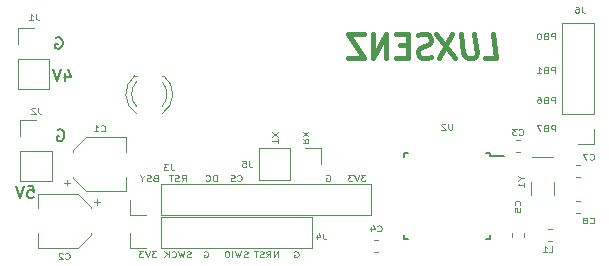
<source format=gbo>
G04 #@! TF.GenerationSoftware,KiCad,Pcbnew,(5.0.0-rc2-178-g3c7b91b96)*
G04 #@! TF.CreationDate,2018-07-31T16:18:19+02:00*
G04 #@! TF.ProjectId,pcb2,706362322E6B696361645F7063620000,1*
G04 #@! TF.SameCoordinates,Original*
G04 #@! TF.FileFunction,Legend,Bot*
G04 #@! TF.FilePolarity,Positive*
%FSLAX46Y46*%
G04 Gerber Fmt 4.6, Leading zero omitted, Abs format (unit mm)*
G04 Created by KiCad (PCBNEW (5.0.0-rc2-178-g3c7b91b96)) date 07/31/18 16:18:19*
%MOMM*%
%LPD*%
G01*
G04 APERTURE LIST*
%ADD10C,0.400000*%
%ADD11C,0.125000*%
%ADD12C,0.200000*%
%ADD13C,0.150000*%
%ADD14C,0.120000*%
G04 APERTURE END LIST*
D10*
X97806190Y-85589523D02*
X97520476Y-85684761D01*
X97044285Y-85684761D01*
X96853809Y-85589523D01*
X96758571Y-85494285D01*
X96663333Y-85303809D01*
X96663333Y-85113333D01*
X96758571Y-84922857D01*
X96853809Y-84827619D01*
X97044285Y-84732380D01*
X97425238Y-84637142D01*
X97615714Y-84541904D01*
X97710952Y-84446666D01*
X97806190Y-84256190D01*
X97806190Y-84065714D01*
X97710952Y-83875238D01*
X97615714Y-83780000D01*
X97425238Y-83684761D01*
X96949047Y-83684761D01*
X96663333Y-83780000D01*
X95806190Y-84637142D02*
X95139523Y-84637142D01*
X94853809Y-85684761D02*
X95806190Y-85684761D01*
X95806190Y-83684761D01*
X94853809Y-83684761D01*
X93996666Y-85684761D02*
X93996666Y-83684761D01*
X92853809Y-85684761D01*
X92853809Y-83684761D01*
X92091904Y-83684761D02*
X90758571Y-83684761D01*
X92091904Y-85684761D01*
X90758571Y-85684761D01*
X102369047Y-85684761D02*
X103321428Y-85684761D01*
X103071428Y-83684761D01*
X101452380Y-83684761D02*
X101654761Y-85303809D01*
X101583333Y-85494285D01*
X101500000Y-85589523D01*
X101321428Y-85684761D01*
X100940476Y-85684761D01*
X100738095Y-85589523D01*
X100630952Y-85494285D01*
X100511904Y-85303809D01*
X100309523Y-83684761D01*
X99547619Y-83684761D02*
X98464285Y-85684761D01*
X98214285Y-83684761D02*
X99797619Y-85684761D01*
D11*
X108272857Y-91906190D02*
X108272857Y-91406190D01*
X108044285Y-91406190D01*
X107987142Y-91430000D01*
X107958571Y-91453809D01*
X107930000Y-91501428D01*
X107930000Y-91572857D01*
X107958571Y-91620476D01*
X107987142Y-91644285D01*
X108044285Y-91668095D01*
X108272857Y-91668095D01*
X107472857Y-91644285D02*
X107387142Y-91668095D01*
X107358571Y-91691904D01*
X107330000Y-91739523D01*
X107330000Y-91810952D01*
X107358571Y-91858571D01*
X107387142Y-91882380D01*
X107444285Y-91906190D01*
X107672857Y-91906190D01*
X107672857Y-91406190D01*
X107472857Y-91406190D01*
X107415714Y-91430000D01*
X107387142Y-91453809D01*
X107358571Y-91501428D01*
X107358571Y-91549047D01*
X107387142Y-91596666D01*
X107415714Y-91620476D01*
X107472857Y-91644285D01*
X107672857Y-91644285D01*
X107130000Y-91406190D02*
X106730000Y-91406190D01*
X106987142Y-91906190D01*
X108272857Y-89506190D02*
X108272857Y-89006190D01*
X108044285Y-89006190D01*
X107987142Y-89030000D01*
X107958571Y-89053809D01*
X107930000Y-89101428D01*
X107930000Y-89172857D01*
X107958571Y-89220476D01*
X107987142Y-89244285D01*
X108044285Y-89268095D01*
X108272857Y-89268095D01*
X107472857Y-89244285D02*
X107387142Y-89268095D01*
X107358571Y-89291904D01*
X107330000Y-89339523D01*
X107330000Y-89410952D01*
X107358571Y-89458571D01*
X107387142Y-89482380D01*
X107444285Y-89506190D01*
X107672857Y-89506190D01*
X107672857Y-89006190D01*
X107472857Y-89006190D01*
X107415714Y-89030000D01*
X107387142Y-89053809D01*
X107358571Y-89101428D01*
X107358571Y-89149047D01*
X107387142Y-89196666D01*
X107415714Y-89220476D01*
X107472857Y-89244285D01*
X107672857Y-89244285D01*
X106815714Y-89006190D02*
X106930000Y-89006190D01*
X106987142Y-89030000D01*
X107015714Y-89053809D01*
X107072857Y-89125238D01*
X107101428Y-89220476D01*
X107101428Y-89410952D01*
X107072857Y-89458571D01*
X107044285Y-89482380D01*
X106987142Y-89506190D01*
X106872857Y-89506190D01*
X106815714Y-89482380D01*
X106787142Y-89458571D01*
X106758571Y-89410952D01*
X106758571Y-89291904D01*
X106787142Y-89244285D01*
X106815714Y-89220476D01*
X106872857Y-89196666D01*
X106987142Y-89196666D01*
X107044285Y-89220476D01*
X107072857Y-89244285D01*
X107101428Y-89291904D01*
X108272857Y-86956190D02*
X108272857Y-86456190D01*
X108044285Y-86456190D01*
X107987142Y-86480000D01*
X107958571Y-86503809D01*
X107930000Y-86551428D01*
X107930000Y-86622857D01*
X107958571Y-86670476D01*
X107987142Y-86694285D01*
X108044285Y-86718095D01*
X108272857Y-86718095D01*
X107472857Y-86694285D02*
X107387142Y-86718095D01*
X107358571Y-86741904D01*
X107330000Y-86789523D01*
X107330000Y-86860952D01*
X107358571Y-86908571D01*
X107387142Y-86932380D01*
X107444285Y-86956190D01*
X107672857Y-86956190D01*
X107672857Y-86456190D01*
X107472857Y-86456190D01*
X107415714Y-86480000D01*
X107387142Y-86503809D01*
X107358571Y-86551428D01*
X107358571Y-86599047D01*
X107387142Y-86646666D01*
X107415714Y-86670476D01*
X107472857Y-86694285D01*
X107672857Y-86694285D01*
X106758571Y-86956190D02*
X107101428Y-86956190D01*
X106930000Y-86956190D02*
X106930000Y-86456190D01*
X106987142Y-86527619D01*
X107044285Y-86575238D01*
X107101428Y-86599047D01*
X108272857Y-84106190D02*
X108272857Y-83606190D01*
X108044285Y-83606190D01*
X107987142Y-83630000D01*
X107958571Y-83653809D01*
X107930000Y-83701428D01*
X107930000Y-83772857D01*
X107958571Y-83820476D01*
X107987142Y-83844285D01*
X108044285Y-83868095D01*
X108272857Y-83868095D01*
X107472857Y-83844285D02*
X107387142Y-83868095D01*
X107358571Y-83891904D01*
X107330000Y-83939523D01*
X107330000Y-84010952D01*
X107358571Y-84058571D01*
X107387142Y-84082380D01*
X107444285Y-84106190D01*
X107672857Y-84106190D01*
X107672857Y-83606190D01*
X107472857Y-83606190D01*
X107415714Y-83630000D01*
X107387142Y-83653809D01*
X107358571Y-83701428D01*
X107358571Y-83749047D01*
X107387142Y-83796666D01*
X107415714Y-83820476D01*
X107472857Y-83844285D01*
X107672857Y-83844285D01*
X106958571Y-83606190D02*
X106901428Y-83606190D01*
X106844285Y-83630000D01*
X106815714Y-83653809D01*
X106787142Y-83701428D01*
X106758571Y-83796666D01*
X106758571Y-83915714D01*
X106787142Y-84010952D01*
X106815714Y-84058571D01*
X106844285Y-84082380D01*
X106901428Y-84106190D01*
X106958571Y-84106190D01*
X107015714Y-84082380D01*
X107044285Y-84058571D01*
X107072857Y-84010952D01*
X107101428Y-83915714D01*
X107101428Y-83796666D01*
X107072857Y-83701428D01*
X107044285Y-83653809D01*
X107015714Y-83630000D01*
X106958571Y-83606190D01*
D12*
X66818095Y-86965714D02*
X66818095Y-87632380D01*
X67056190Y-86584761D02*
X67294285Y-87299047D01*
X66675238Y-87299047D01*
X66437142Y-86632380D02*
X66103809Y-87632380D01*
X65770476Y-86632380D01*
X66018095Y-83980000D02*
X66113333Y-83932380D01*
X66256190Y-83932380D01*
X66399047Y-83980000D01*
X66494285Y-84075238D01*
X66541904Y-84170476D01*
X66589523Y-84360952D01*
X66589523Y-84503809D01*
X66541904Y-84694285D01*
X66494285Y-84789523D01*
X66399047Y-84884761D01*
X66256190Y-84932380D01*
X66160952Y-84932380D01*
X66018095Y-84884761D01*
X65970476Y-84837142D01*
X65970476Y-84503809D01*
X66160952Y-84503809D01*
X63620476Y-96532380D02*
X64096666Y-96532380D01*
X64144285Y-97008571D01*
X64096666Y-96960952D01*
X64001428Y-96913333D01*
X63763333Y-96913333D01*
X63668095Y-96960952D01*
X63620476Y-97008571D01*
X63572857Y-97103809D01*
X63572857Y-97341904D01*
X63620476Y-97437142D01*
X63668095Y-97484761D01*
X63763333Y-97532380D01*
X64001428Y-97532380D01*
X64096666Y-97484761D01*
X64144285Y-97437142D01*
X63287142Y-96532380D02*
X62953809Y-97532380D01*
X62620476Y-96532380D01*
X66168095Y-91780000D02*
X66263333Y-91732380D01*
X66406190Y-91732380D01*
X66549047Y-91780000D01*
X66644285Y-91875238D01*
X66691904Y-91970476D01*
X66739523Y-92160952D01*
X66739523Y-92303809D01*
X66691904Y-92494285D01*
X66644285Y-92589523D01*
X66549047Y-92684761D01*
X66406190Y-92732380D01*
X66310952Y-92732380D01*
X66168095Y-92684761D01*
X66120476Y-92637142D01*
X66120476Y-92303809D01*
X66310952Y-92303809D01*
D11*
X74430000Y-95844285D02*
X74344285Y-95868095D01*
X74315714Y-95891904D01*
X74287142Y-95939523D01*
X74287142Y-96010952D01*
X74315714Y-96058571D01*
X74344285Y-96082380D01*
X74401428Y-96106190D01*
X74630000Y-96106190D01*
X74630000Y-95606190D01*
X74430000Y-95606190D01*
X74372857Y-95630000D01*
X74344285Y-95653809D01*
X74315714Y-95701428D01*
X74315714Y-95749047D01*
X74344285Y-95796666D01*
X74372857Y-95820476D01*
X74430000Y-95844285D01*
X74630000Y-95844285D01*
X74058571Y-96082380D02*
X73972857Y-96106190D01*
X73830000Y-96106190D01*
X73772857Y-96082380D01*
X73744285Y-96058571D01*
X73715714Y-96010952D01*
X73715714Y-95963333D01*
X73744285Y-95915714D01*
X73772857Y-95891904D01*
X73830000Y-95868095D01*
X73944285Y-95844285D01*
X74001428Y-95820476D01*
X74030000Y-95796666D01*
X74058571Y-95749047D01*
X74058571Y-95701428D01*
X74030000Y-95653809D01*
X74001428Y-95630000D01*
X73944285Y-95606190D01*
X73801428Y-95606190D01*
X73715714Y-95630000D01*
X73344285Y-95868095D02*
X73344285Y-96106190D01*
X73544285Y-95606190D02*
X73344285Y-95868095D01*
X73144285Y-95606190D01*
X76658571Y-96106190D02*
X76858571Y-95868095D01*
X77001428Y-96106190D02*
X77001428Y-95606190D01*
X76772857Y-95606190D01*
X76715714Y-95630000D01*
X76687142Y-95653809D01*
X76658571Y-95701428D01*
X76658571Y-95772857D01*
X76687142Y-95820476D01*
X76715714Y-95844285D01*
X76772857Y-95868095D01*
X77001428Y-95868095D01*
X76430000Y-96082380D02*
X76344285Y-96106190D01*
X76201428Y-96106190D01*
X76144285Y-96082380D01*
X76115714Y-96058571D01*
X76087142Y-96010952D01*
X76087142Y-95963333D01*
X76115714Y-95915714D01*
X76144285Y-95891904D01*
X76201428Y-95868095D01*
X76315714Y-95844285D01*
X76372857Y-95820476D01*
X76401428Y-95796666D01*
X76430000Y-95749047D01*
X76430000Y-95701428D01*
X76401428Y-95653809D01*
X76372857Y-95630000D01*
X76315714Y-95606190D01*
X76172857Y-95606190D01*
X76087142Y-95630000D01*
X75915714Y-95606190D02*
X75572857Y-95606190D01*
X75744285Y-96106190D02*
X75744285Y-95606190D01*
X79637142Y-96106190D02*
X79637142Y-95606190D01*
X79494285Y-95606190D01*
X79408571Y-95630000D01*
X79351428Y-95677619D01*
X79322857Y-95725238D01*
X79294285Y-95820476D01*
X79294285Y-95891904D01*
X79322857Y-95987142D01*
X79351428Y-96034761D01*
X79408571Y-96082380D01*
X79494285Y-96106190D01*
X79637142Y-96106190D01*
X78694285Y-96058571D02*
X78722857Y-96082380D01*
X78808571Y-96106190D01*
X78865714Y-96106190D01*
X78951428Y-96082380D01*
X79008571Y-96034761D01*
X79037142Y-95987142D01*
X79065714Y-95891904D01*
X79065714Y-95820476D01*
X79037142Y-95725238D01*
X79008571Y-95677619D01*
X78951428Y-95630000D01*
X78865714Y-95606190D01*
X78808571Y-95606190D01*
X78722857Y-95630000D01*
X78694285Y-95653809D01*
X81380000Y-96058571D02*
X81408571Y-96082380D01*
X81494285Y-96106190D01*
X81551428Y-96106190D01*
X81637142Y-96082380D01*
X81694285Y-96034761D01*
X81722857Y-95987142D01*
X81751428Y-95891904D01*
X81751428Y-95820476D01*
X81722857Y-95725238D01*
X81694285Y-95677619D01*
X81637142Y-95630000D01*
X81551428Y-95606190D01*
X81494285Y-95606190D01*
X81408571Y-95630000D01*
X81380000Y-95653809D01*
X81151428Y-96082380D02*
X81065714Y-96106190D01*
X80922857Y-96106190D01*
X80865714Y-96082380D01*
X80837142Y-96058571D01*
X80808571Y-96010952D01*
X80808571Y-95963333D01*
X80837142Y-95915714D01*
X80865714Y-95891904D01*
X80922857Y-95868095D01*
X81037142Y-95844285D01*
X81094285Y-95820476D01*
X81122857Y-95796666D01*
X81151428Y-95749047D01*
X81151428Y-95701428D01*
X81122857Y-95653809D01*
X81094285Y-95630000D01*
X81037142Y-95606190D01*
X80894285Y-95606190D01*
X80808571Y-95630000D01*
X88922857Y-95630000D02*
X88980000Y-95606190D01*
X89065714Y-95606190D01*
X89151428Y-95630000D01*
X89208571Y-95677619D01*
X89237142Y-95725238D01*
X89265714Y-95820476D01*
X89265714Y-95891904D01*
X89237142Y-95987142D01*
X89208571Y-96034761D01*
X89151428Y-96082380D01*
X89065714Y-96106190D01*
X89008571Y-96106190D01*
X88922857Y-96082380D01*
X88894285Y-96058571D01*
X88894285Y-95891904D01*
X89008571Y-95891904D01*
X92222857Y-95606190D02*
X91851428Y-95606190D01*
X92051428Y-95796666D01*
X91965714Y-95796666D01*
X91908571Y-95820476D01*
X91880000Y-95844285D01*
X91851428Y-95891904D01*
X91851428Y-96010952D01*
X91880000Y-96058571D01*
X91908571Y-96082380D01*
X91965714Y-96106190D01*
X92137142Y-96106190D01*
X92194285Y-96082380D01*
X92222857Y-96058571D01*
X91680000Y-95606190D02*
X91480000Y-96106190D01*
X91280000Y-95606190D01*
X91137142Y-95606190D02*
X90765714Y-95606190D01*
X90965714Y-95796666D01*
X90880000Y-95796666D01*
X90822857Y-95820476D01*
X90794285Y-95844285D01*
X90765714Y-95891904D01*
X90765714Y-96010952D01*
X90794285Y-96058571D01*
X90822857Y-96082380D01*
X90880000Y-96106190D01*
X91051428Y-96106190D01*
X91108571Y-96082380D01*
X91137142Y-96058571D01*
X86222857Y-102080000D02*
X86280000Y-102056190D01*
X86365714Y-102056190D01*
X86451428Y-102080000D01*
X86508571Y-102127619D01*
X86537142Y-102175238D01*
X86565714Y-102270476D01*
X86565714Y-102341904D01*
X86537142Y-102437142D01*
X86508571Y-102484761D01*
X86451428Y-102532380D01*
X86365714Y-102556190D01*
X86308571Y-102556190D01*
X86222857Y-102532380D01*
X86194285Y-102508571D01*
X86194285Y-102341904D01*
X86308571Y-102341904D01*
X84815714Y-102556190D02*
X84815714Y-102056190D01*
X84472857Y-102556190D01*
X84472857Y-102056190D01*
X83844285Y-102556190D02*
X84044285Y-102318095D01*
X84187142Y-102556190D02*
X84187142Y-102056190D01*
X83958571Y-102056190D01*
X83901428Y-102080000D01*
X83872857Y-102103809D01*
X83844285Y-102151428D01*
X83844285Y-102222857D01*
X83872857Y-102270476D01*
X83901428Y-102294285D01*
X83958571Y-102318095D01*
X84187142Y-102318095D01*
X83615714Y-102532380D02*
X83530000Y-102556190D01*
X83387142Y-102556190D01*
X83330000Y-102532380D01*
X83301428Y-102508571D01*
X83272857Y-102460952D01*
X83272857Y-102413333D01*
X83301428Y-102365714D01*
X83330000Y-102341904D01*
X83387142Y-102318095D01*
X83501428Y-102294285D01*
X83558571Y-102270476D01*
X83587142Y-102246666D01*
X83615714Y-102199047D01*
X83615714Y-102151428D01*
X83587142Y-102103809D01*
X83558571Y-102080000D01*
X83501428Y-102056190D01*
X83358571Y-102056190D01*
X83272857Y-102080000D01*
X83101428Y-102056190D02*
X82758571Y-102056190D01*
X82930000Y-102556190D02*
X82930000Y-102056190D01*
X82251428Y-102532380D02*
X82165714Y-102556190D01*
X82022857Y-102556190D01*
X81965714Y-102532380D01*
X81937142Y-102508571D01*
X81908571Y-102460952D01*
X81908571Y-102413333D01*
X81937142Y-102365714D01*
X81965714Y-102341904D01*
X82022857Y-102318095D01*
X82137142Y-102294285D01*
X82194285Y-102270476D01*
X82222857Y-102246666D01*
X82251428Y-102199047D01*
X82251428Y-102151428D01*
X82222857Y-102103809D01*
X82194285Y-102080000D01*
X82137142Y-102056190D01*
X81994285Y-102056190D01*
X81908571Y-102080000D01*
X81708571Y-102056190D02*
X81565714Y-102556190D01*
X81451428Y-102199047D01*
X81337142Y-102556190D01*
X81194285Y-102056190D01*
X80965714Y-102556190D02*
X80965714Y-102056190D01*
X80565714Y-102056190D02*
X80451428Y-102056190D01*
X80394285Y-102080000D01*
X80337142Y-102127619D01*
X80308571Y-102222857D01*
X80308571Y-102389523D01*
X80337142Y-102484761D01*
X80394285Y-102532380D01*
X80451428Y-102556190D01*
X80565714Y-102556190D01*
X80622857Y-102532380D01*
X80680000Y-102484761D01*
X80708571Y-102389523D01*
X80708571Y-102222857D01*
X80680000Y-102127619D01*
X80622857Y-102080000D01*
X80565714Y-102056190D01*
X78572857Y-102080000D02*
X78630000Y-102056190D01*
X78715714Y-102056190D01*
X78801428Y-102080000D01*
X78858571Y-102127619D01*
X78887142Y-102175238D01*
X78915714Y-102270476D01*
X78915714Y-102341904D01*
X78887142Y-102437142D01*
X78858571Y-102484761D01*
X78801428Y-102532380D01*
X78715714Y-102556190D01*
X78658571Y-102556190D01*
X78572857Y-102532380D01*
X78544285Y-102508571D01*
X78544285Y-102341904D01*
X78658571Y-102341904D01*
X77444285Y-102532380D02*
X77358571Y-102556190D01*
X77215714Y-102556190D01*
X77158571Y-102532380D01*
X77130000Y-102508571D01*
X77101428Y-102460952D01*
X77101428Y-102413333D01*
X77130000Y-102365714D01*
X77158571Y-102341904D01*
X77215714Y-102318095D01*
X77330000Y-102294285D01*
X77387142Y-102270476D01*
X77415714Y-102246666D01*
X77444285Y-102199047D01*
X77444285Y-102151428D01*
X77415714Y-102103809D01*
X77387142Y-102080000D01*
X77330000Y-102056190D01*
X77187142Y-102056190D01*
X77101428Y-102080000D01*
X76901428Y-102056190D02*
X76758571Y-102556190D01*
X76644285Y-102199047D01*
X76530000Y-102556190D01*
X76387142Y-102056190D01*
X75815714Y-102508571D02*
X75844285Y-102532380D01*
X75930000Y-102556190D01*
X75987142Y-102556190D01*
X76072857Y-102532380D01*
X76130000Y-102484761D01*
X76158571Y-102437142D01*
X76187142Y-102341904D01*
X76187142Y-102270476D01*
X76158571Y-102175238D01*
X76130000Y-102127619D01*
X76072857Y-102080000D01*
X75987142Y-102056190D01*
X75930000Y-102056190D01*
X75844285Y-102080000D01*
X75815714Y-102103809D01*
X75558571Y-102556190D02*
X75558571Y-102056190D01*
X75215714Y-102556190D02*
X75472857Y-102270476D01*
X75215714Y-102056190D02*
X75558571Y-102341904D01*
X74522857Y-102056190D02*
X74151428Y-102056190D01*
X74351428Y-102246666D01*
X74265714Y-102246666D01*
X74208571Y-102270476D01*
X74180000Y-102294285D01*
X74151428Y-102341904D01*
X74151428Y-102460952D01*
X74180000Y-102508571D01*
X74208571Y-102532380D01*
X74265714Y-102556190D01*
X74437142Y-102556190D01*
X74494285Y-102532380D01*
X74522857Y-102508571D01*
X73980000Y-102056190D02*
X73780000Y-102556190D01*
X73580000Y-102056190D01*
X73437142Y-102056190D02*
X73065714Y-102056190D01*
X73265714Y-102246666D01*
X73180000Y-102246666D01*
X73122857Y-102270476D01*
X73094285Y-102294285D01*
X73065714Y-102341904D01*
X73065714Y-102460952D01*
X73094285Y-102508571D01*
X73122857Y-102532380D01*
X73180000Y-102556190D01*
X73351428Y-102556190D01*
X73408571Y-102532380D01*
X73437142Y-102508571D01*
X86903809Y-92530000D02*
X87141904Y-92730000D01*
X86903809Y-92872857D02*
X87403809Y-92872857D01*
X87403809Y-92644285D01*
X87380000Y-92587142D01*
X87356190Y-92558571D01*
X87308571Y-92530000D01*
X87237142Y-92530000D01*
X87189523Y-92558571D01*
X87165714Y-92587142D01*
X87141904Y-92644285D01*
X87141904Y-92872857D01*
X87403809Y-92330000D02*
X86903809Y-91930000D01*
X87403809Y-91930000D02*
X86903809Y-92330000D01*
X84853809Y-92887142D02*
X84853809Y-92544285D01*
X84353809Y-92715714D02*
X84853809Y-92715714D01*
X84853809Y-92401428D02*
X84353809Y-92001428D01*
X84853809Y-92001428D02*
X84353809Y-92401428D01*
D13*
G04 #@! TO.C,U2*
X102755000Y-93755000D02*
X102755000Y-93980000D01*
X95505000Y-93755000D02*
X95505000Y-94055000D01*
X95505000Y-101005000D02*
X95505000Y-100705000D01*
X102755000Y-101005000D02*
X102755000Y-100705000D01*
X102755000Y-93755000D02*
X102455000Y-93755000D01*
X102755000Y-101005000D02*
X102455000Y-101005000D01*
X95505000Y-101005000D02*
X95805000Y-101005000D01*
X95505000Y-93755000D02*
X95805000Y-93755000D01*
X102755000Y-93980000D02*
X103980000Y-93980000D01*
D14*
G04 #@! TO.C,J3*
X74900000Y-96350000D02*
X74900000Y-99010000D01*
X74900000Y-96350000D02*
X92740000Y-96350000D01*
X92740000Y-96350000D02*
X92740000Y-99010000D01*
X74900000Y-99010000D02*
X92740000Y-99010000D01*
X72300000Y-99010000D02*
X73630000Y-99010000D01*
X72300000Y-97680000D02*
X72300000Y-99010000D01*
G04 #@! TO.C,J5*
X85860000Y-96010000D02*
X85860000Y-93350000D01*
X85860000Y-96010000D02*
X83260000Y-96010000D01*
X83260000Y-96010000D02*
X83260000Y-93350000D01*
X85860000Y-93350000D02*
X83260000Y-93350000D01*
X88460000Y-93350000D02*
X87130000Y-93350000D01*
X88460000Y-94680000D02*
X88460000Y-93350000D01*
G04 #@! TO.C,J4*
X74930000Y-99140000D02*
X74930000Y-101800000D01*
X74930000Y-99140000D02*
X87690000Y-99140000D01*
X87690000Y-99140000D02*
X87690000Y-101800000D01*
X74930000Y-101800000D02*
X87690000Y-101800000D01*
X72330000Y-101800000D02*
X73660000Y-101800000D01*
X72330000Y-100470000D02*
X72330000Y-101800000D01*
G04 #@! TO.C,J6*
X108900000Y-90410000D02*
X111560000Y-90410000D01*
X108900000Y-90410000D02*
X108900000Y-82730000D01*
X108900000Y-82730000D02*
X111560000Y-82730000D01*
X111560000Y-90410000D02*
X111560000Y-82730000D01*
X111560000Y-93010000D02*
X111560000Y-91680000D01*
X110230000Y-93010000D02*
X111560000Y-93010000D01*
G04 #@! TO.C,C2*
X69480000Y-97670000D02*
X69480000Y-98170000D01*
X69730000Y-97920000D02*
X69230000Y-97920000D01*
X68990000Y-100675563D02*
X67925563Y-101740000D01*
X68990000Y-98284437D02*
X67925563Y-97220000D01*
X68990000Y-98284437D02*
X68990000Y-98420000D01*
X68990000Y-100675563D02*
X68990000Y-100540000D01*
X67925563Y-101740000D02*
X64470000Y-101740000D01*
X67925563Y-97220000D02*
X64470000Y-97220000D01*
X64470000Y-97220000D02*
X64470000Y-98420000D01*
X64470000Y-101740000D02*
X64470000Y-100540000D01*
G04 #@! TO.C,C1*
X71990000Y-92420000D02*
X71990000Y-93620000D01*
X71990000Y-96940000D02*
X71990000Y-95740000D01*
X68534437Y-96940000D02*
X71990000Y-96940000D01*
X68534437Y-92420000D02*
X71990000Y-92420000D01*
X67470000Y-93484437D02*
X67470000Y-93620000D01*
X67470000Y-95875563D02*
X67470000Y-95740000D01*
X67470000Y-95875563D02*
X68534437Y-96940000D01*
X67470000Y-93484437D02*
X68534437Y-92420000D01*
X66730000Y-96240000D02*
X67230000Y-96240000D01*
X66980000Y-96490000D02*
X66980000Y-95990000D01*
G04 #@! TO.C,C8*
X110058733Y-97770000D02*
X110401267Y-97770000D01*
X110058733Y-98790000D02*
X110401267Y-98790000D01*
G04 #@! TO.C,C7*
X110058733Y-95790000D02*
X110401267Y-95790000D01*
X110058733Y-94770000D02*
X110401267Y-94770000D01*
G04 #@! TO.C,C5*
X105640000Y-100851267D02*
X105640000Y-100508733D01*
X104620000Y-100851267D02*
X104620000Y-100508733D01*
G04 #@! TO.C,C4*
X93301267Y-102090000D02*
X92958733Y-102090000D01*
X93301267Y-101070000D02*
X92958733Y-101070000D01*
G04 #@! TO.C,C3*
X105301267Y-92670000D02*
X104958733Y-92670000D01*
X105301267Y-93690000D02*
X104958733Y-93690000D01*
G04 #@! TO.C,J1*
X64135000Y-83150000D02*
X62805000Y-83150000D01*
X62805000Y-83150000D02*
X62805000Y-84480000D01*
X62805000Y-85750000D02*
X62805000Y-88350000D01*
X65465000Y-88350000D02*
X62805000Y-88350000D01*
X65465000Y-85750000D02*
X65465000Y-88350000D01*
X65465000Y-85750000D02*
X62805000Y-85750000D01*
G04 #@! TO.C,J2*
X65660000Y-93550000D02*
X63000000Y-93550000D01*
X65660000Y-93550000D02*
X65660000Y-96150000D01*
X65660000Y-96150000D02*
X63000000Y-96150000D01*
X63000000Y-93550000D02*
X63000000Y-96150000D01*
X63000000Y-90950000D02*
X63000000Y-92280000D01*
X64330000Y-90950000D02*
X63000000Y-90950000D01*
G04 #@! TO.C,Y1*
X106280000Y-96230000D02*
X106280000Y-97330000D01*
X108180000Y-96230000D02*
X108180000Y-97330000D01*
X106330000Y-94080000D02*
X108130000Y-94080000D01*
G04 #@! TO.C,L1*
X107658733Y-101190000D02*
X108001267Y-101190000D01*
X107658733Y-100170000D02*
X108001267Y-100170000D01*
G04 #@! TO.C,Q1*
X72694000Y-87190000D02*
X72850000Y-87190000D01*
X75010000Y-87190000D02*
X75166000Y-87190000D01*
X72851392Y-90422335D02*
G75*
G02X72694484Y-87190000I1078608J1672335D01*
G01*
X75008608Y-90422335D02*
G75*
G03X75165516Y-87190000I-1078608J1672335D01*
G01*
X72850163Y-89791130D02*
G75*
G02X72850000Y-87709039I1079837J1041130D01*
G01*
X75009837Y-89791130D02*
G75*
G03X75010000Y-87709039I-1079837J1041130D01*
G01*
G04 #@! TO.C,U2*
D11*
X99587142Y-91256190D02*
X99587142Y-91660952D01*
X99558571Y-91708571D01*
X99530000Y-91732380D01*
X99472857Y-91756190D01*
X99358571Y-91756190D01*
X99301428Y-91732380D01*
X99272857Y-91708571D01*
X99244285Y-91660952D01*
X99244285Y-91256190D01*
X98987142Y-91303809D02*
X98958571Y-91280000D01*
X98901428Y-91256190D01*
X98758571Y-91256190D01*
X98701428Y-91280000D01*
X98672857Y-91303809D01*
X98644285Y-91351428D01*
X98644285Y-91399047D01*
X98672857Y-91470476D01*
X99015714Y-91756190D01*
X98644285Y-91756190D01*
G04 #@! TO.C,J3*
X75780000Y-94706190D02*
X75780000Y-95063333D01*
X75808571Y-95134761D01*
X75865714Y-95182380D01*
X75951428Y-95206190D01*
X76008571Y-95206190D01*
X75551428Y-94706190D02*
X75180000Y-94706190D01*
X75380000Y-94896666D01*
X75294285Y-94896666D01*
X75237142Y-94920476D01*
X75208571Y-94944285D01*
X75180000Y-94991904D01*
X75180000Y-95110952D01*
X75208571Y-95158571D01*
X75237142Y-95182380D01*
X75294285Y-95206190D01*
X75465714Y-95206190D01*
X75522857Y-95182380D01*
X75551428Y-95158571D01*
G04 #@! TO.C,J5*
X82380000Y-94406190D02*
X82380000Y-94763333D01*
X82408571Y-94834761D01*
X82465714Y-94882380D01*
X82551428Y-94906190D01*
X82608571Y-94906190D01*
X81808571Y-94406190D02*
X82094285Y-94406190D01*
X82122857Y-94644285D01*
X82094285Y-94620476D01*
X82037142Y-94596666D01*
X81894285Y-94596666D01*
X81837142Y-94620476D01*
X81808571Y-94644285D01*
X81780000Y-94691904D01*
X81780000Y-94810952D01*
X81808571Y-94858571D01*
X81837142Y-94882380D01*
X81894285Y-94906190D01*
X82037142Y-94906190D01*
X82094285Y-94882380D01*
X82122857Y-94858571D01*
G04 #@! TO.C,J4*
X88680000Y-100556190D02*
X88680000Y-100913333D01*
X88708571Y-100984761D01*
X88765714Y-101032380D01*
X88851428Y-101056190D01*
X88908571Y-101056190D01*
X88137142Y-100722857D02*
X88137142Y-101056190D01*
X88280000Y-100532380D02*
X88422857Y-100889523D01*
X88051428Y-100889523D01*
G04 #@! TO.C,J6*
X110580000Y-81356190D02*
X110580000Y-81713333D01*
X110608571Y-81784761D01*
X110665714Y-81832380D01*
X110751428Y-81856190D01*
X110808571Y-81856190D01*
X110037142Y-81356190D02*
X110151428Y-81356190D01*
X110208571Y-81380000D01*
X110237142Y-81403809D01*
X110294285Y-81475238D01*
X110322857Y-81570476D01*
X110322857Y-81760952D01*
X110294285Y-81808571D01*
X110265714Y-81832380D01*
X110208571Y-81856190D01*
X110094285Y-81856190D01*
X110037142Y-81832380D01*
X110008571Y-81808571D01*
X109980000Y-81760952D01*
X109980000Y-81641904D01*
X110008571Y-81594285D01*
X110037142Y-81570476D01*
X110094285Y-81546666D01*
X110208571Y-81546666D01*
X110265714Y-81570476D01*
X110294285Y-81594285D01*
X110322857Y-81641904D01*
G04 #@! TO.C,C2*
X66830000Y-102658571D02*
X66858571Y-102682380D01*
X66944285Y-102706190D01*
X67001428Y-102706190D01*
X67087142Y-102682380D01*
X67144285Y-102634761D01*
X67172857Y-102587142D01*
X67201428Y-102491904D01*
X67201428Y-102420476D01*
X67172857Y-102325238D01*
X67144285Y-102277619D01*
X67087142Y-102230000D01*
X67001428Y-102206190D01*
X66944285Y-102206190D01*
X66858571Y-102230000D01*
X66830000Y-102253809D01*
X66601428Y-102253809D02*
X66572857Y-102230000D01*
X66515714Y-102206190D01*
X66372857Y-102206190D01*
X66315714Y-102230000D01*
X66287142Y-102253809D01*
X66258571Y-102301428D01*
X66258571Y-102349047D01*
X66287142Y-102420476D01*
X66630000Y-102706190D01*
X66258571Y-102706190D01*
G04 #@! TO.C,C1*
X69830000Y-91858571D02*
X69858571Y-91882380D01*
X69944285Y-91906190D01*
X70001428Y-91906190D01*
X70087142Y-91882380D01*
X70144285Y-91834761D01*
X70172857Y-91787142D01*
X70201428Y-91691904D01*
X70201428Y-91620476D01*
X70172857Y-91525238D01*
X70144285Y-91477619D01*
X70087142Y-91430000D01*
X70001428Y-91406190D01*
X69944285Y-91406190D01*
X69858571Y-91430000D01*
X69830000Y-91453809D01*
X69258571Y-91906190D02*
X69601428Y-91906190D01*
X69430000Y-91906190D02*
X69430000Y-91406190D01*
X69487142Y-91477619D01*
X69544285Y-91525238D01*
X69601428Y-91549047D01*
G04 #@! TO.C,C8*
X111230000Y-99658571D02*
X111258571Y-99682380D01*
X111344285Y-99706190D01*
X111401428Y-99706190D01*
X111487142Y-99682380D01*
X111544285Y-99634761D01*
X111572857Y-99587142D01*
X111601428Y-99491904D01*
X111601428Y-99420476D01*
X111572857Y-99325238D01*
X111544285Y-99277619D01*
X111487142Y-99230000D01*
X111401428Y-99206190D01*
X111344285Y-99206190D01*
X111258571Y-99230000D01*
X111230000Y-99253809D01*
X110887142Y-99420476D02*
X110944285Y-99396666D01*
X110972857Y-99372857D01*
X111001428Y-99325238D01*
X111001428Y-99301428D01*
X110972857Y-99253809D01*
X110944285Y-99230000D01*
X110887142Y-99206190D01*
X110772857Y-99206190D01*
X110715714Y-99230000D01*
X110687142Y-99253809D01*
X110658571Y-99301428D01*
X110658571Y-99325238D01*
X110687142Y-99372857D01*
X110715714Y-99396666D01*
X110772857Y-99420476D01*
X110887142Y-99420476D01*
X110944285Y-99444285D01*
X110972857Y-99468095D01*
X111001428Y-99515714D01*
X111001428Y-99610952D01*
X110972857Y-99658571D01*
X110944285Y-99682380D01*
X110887142Y-99706190D01*
X110772857Y-99706190D01*
X110715714Y-99682380D01*
X110687142Y-99658571D01*
X110658571Y-99610952D01*
X110658571Y-99515714D01*
X110687142Y-99468095D01*
X110715714Y-99444285D01*
X110772857Y-99420476D01*
G04 #@! TO.C,C7*
X111230000Y-94258571D02*
X111258571Y-94282380D01*
X111344285Y-94306190D01*
X111401428Y-94306190D01*
X111487142Y-94282380D01*
X111544285Y-94234761D01*
X111572857Y-94187142D01*
X111601428Y-94091904D01*
X111601428Y-94020476D01*
X111572857Y-93925238D01*
X111544285Y-93877619D01*
X111487142Y-93830000D01*
X111401428Y-93806190D01*
X111344285Y-93806190D01*
X111258571Y-93830000D01*
X111230000Y-93853809D01*
X111030000Y-93806190D02*
X110630000Y-93806190D01*
X110887142Y-94306190D01*
G04 #@! TO.C,C5*
X105308571Y-98180000D02*
X105332380Y-98151428D01*
X105356190Y-98065714D01*
X105356190Y-98008571D01*
X105332380Y-97922857D01*
X105284761Y-97865714D01*
X105237142Y-97837142D01*
X105141904Y-97808571D01*
X105070476Y-97808571D01*
X104975238Y-97837142D01*
X104927619Y-97865714D01*
X104880000Y-97922857D01*
X104856190Y-98008571D01*
X104856190Y-98065714D01*
X104880000Y-98151428D01*
X104903809Y-98180000D01*
X104856190Y-98722857D02*
X104856190Y-98437142D01*
X105094285Y-98408571D01*
X105070476Y-98437142D01*
X105046666Y-98494285D01*
X105046666Y-98637142D01*
X105070476Y-98694285D01*
X105094285Y-98722857D01*
X105141904Y-98751428D01*
X105260952Y-98751428D01*
X105308571Y-98722857D01*
X105332380Y-98694285D01*
X105356190Y-98637142D01*
X105356190Y-98494285D01*
X105332380Y-98437142D01*
X105308571Y-98408571D01*
G04 #@! TO.C,C4*
X93230000Y-100328571D02*
X93258571Y-100352380D01*
X93344285Y-100376190D01*
X93401428Y-100376190D01*
X93487142Y-100352380D01*
X93544285Y-100304761D01*
X93572857Y-100257142D01*
X93601428Y-100161904D01*
X93601428Y-100090476D01*
X93572857Y-99995238D01*
X93544285Y-99947619D01*
X93487142Y-99900000D01*
X93401428Y-99876190D01*
X93344285Y-99876190D01*
X93258571Y-99900000D01*
X93230000Y-99923809D01*
X92715714Y-100042857D02*
X92715714Y-100376190D01*
X92858571Y-99852380D02*
X93001428Y-100209523D01*
X92630000Y-100209523D01*
G04 #@! TO.C,C3*
X105230000Y-92158571D02*
X105258571Y-92182380D01*
X105344285Y-92206190D01*
X105401428Y-92206190D01*
X105487142Y-92182380D01*
X105544285Y-92134761D01*
X105572857Y-92087142D01*
X105601428Y-91991904D01*
X105601428Y-91920476D01*
X105572857Y-91825238D01*
X105544285Y-91777619D01*
X105487142Y-91730000D01*
X105401428Y-91706190D01*
X105344285Y-91706190D01*
X105258571Y-91730000D01*
X105230000Y-91753809D01*
X105030000Y-91706190D02*
X104658571Y-91706190D01*
X104858571Y-91896666D01*
X104772857Y-91896666D01*
X104715714Y-91920476D01*
X104687142Y-91944285D01*
X104658571Y-91991904D01*
X104658571Y-92110952D01*
X104687142Y-92158571D01*
X104715714Y-92182380D01*
X104772857Y-92206190D01*
X104944285Y-92206190D01*
X105001428Y-92182380D01*
X105030000Y-92158571D01*
G04 #@! TO.C,J1*
X64335000Y-81956190D02*
X64335000Y-82313333D01*
X64363571Y-82384761D01*
X64420714Y-82432380D01*
X64506428Y-82456190D01*
X64563571Y-82456190D01*
X63735000Y-82456190D02*
X64077857Y-82456190D01*
X63906428Y-82456190D02*
X63906428Y-81956190D01*
X63963571Y-82027619D01*
X64020714Y-82075238D01*
X64077857Y-82099047D01*
G04 #@! TO.C,J2*
X64530000Y-89906190D02*
X64530000Y-90263333D01*
X64558571Y-90334761D01*
X64615714Y-90382380D01*
X64701428Y-90406190D01*
X64758571Y-90406190D01*
X64272857Y-89953809D02*
X64244285Y-89930000D01*
X64187142Y-89906190D01*
X64044285Y-89906190D01*
X63987142Y-89930000D01*
X63958571Y-89953809D01*
X63930000Y-90001428D01*
X63930000Y-90049047D01*
X63958571Y-90120476D01*
X64301428Y-90406190D01*
X63930000Y-90406190D01*
G04 #@! TO.C,Y1*
X105418095Y-95894285D02*
X105656190Y-95894285D01*
X105156190Y-95694285D02*
X105418095Y-95894285D01*
X105156190Y-96094285D01*
X105656190Y-96608571D02*
X105656190Y-96265714D01*
X105656190Y-96437142D02*
X105156190Y-96437142D01*
X105227619Y-96380000D01*
X105275238Y-96322857D01*
X105299047Y-96265714D01*
G04 #@! TO.C,L1*
X107780000Y-102106190D02*
X108065714Y-102106190D01*
X108065714Y-101606190D01*
X107265714Y-102106190D02*
X107608571Y-102106190D01*
X107437142Y-102106190D02*
X107437142Y-101606190D01*
X107494285Y-101677619D01*
X107551428Y-101725238D01*
X107608571Y-101749047D01*
G04 #@! TD*
M02*

</source>
